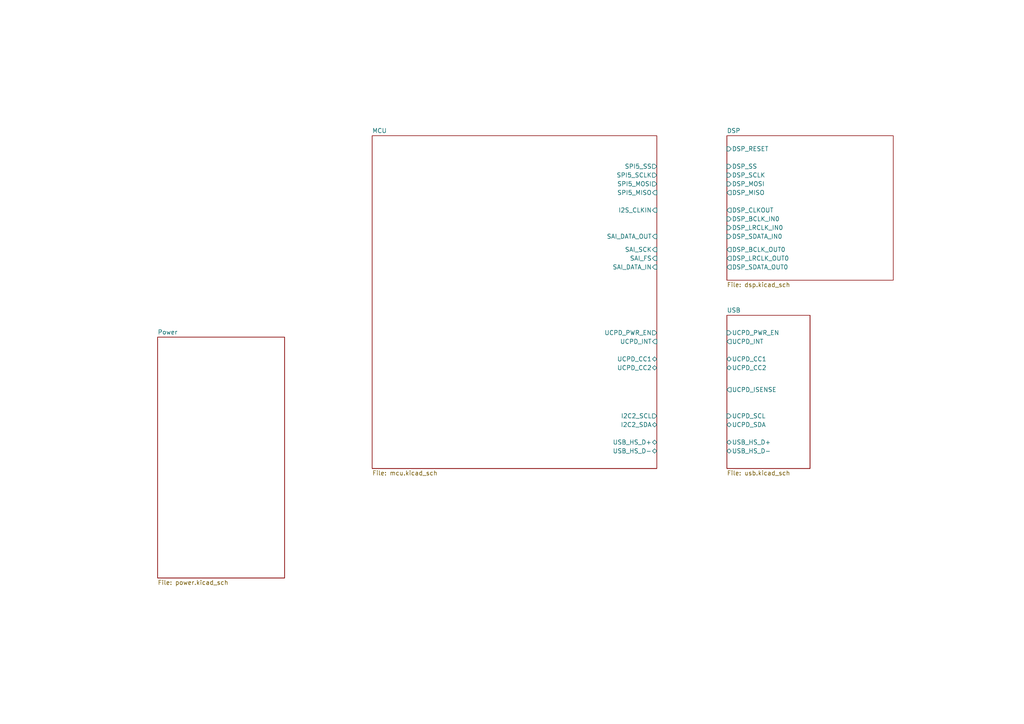
<source format=kicad_sch>
(kicad_sch
	(version 20250114)
	(generator "eeschema")
	(generator_version "9.0")
	(uuid "9c594957-fd6c-4305-bab8-fba79a4c5d5c")
	(paper "A4")
	(lib_symbols)
	(sheet
		(at 210.82 91.44)
		(size 24.13 44.45)
		(exclude_from_sim no)
		(in_bom yes)
		(on_board yes)
		(dnp no)
		(fields_autoplaced yes)
		(stroke
			(width 0.1524)
			(type solid)
		)
		(fill
			(color 0 0 0 0.0000)
		)
		(uuid "48251e43-7df4-4aa3-bd6f-892bea7e5ba1")
		(property "Sheetname" "USB"
			(at 210.82 90.7284 0)
			(effects
				(font
					(size 1.27 1.27)
				)
				(justify left bottom)
			)
		)
		(property "Sheetfile" "usb.kicad_sch"
			(at 210.82 136.4746 0)
			(effects
				(font
					(size 1.27 1.27)
				)
				(justify left top)
			)
		)
		(pin "UCPD_PWR_EN" input
			(at 210.82 96.52 180)
			(uuid "2043c6e9-3214-4917-b7f1-499e8895b85f")
			(effects
				(font
					(size 1.27 1.27)
				)
				(justify left)
			)
		)
		(pin "UCPD_CC1" bidirectional
			(at 210.82 104.14 180)
			(uuid "4e17d5d5-1f3e-445b-a113-c8dbe055e3e7")
			(effects
				(font
					(size 1.27 1.27)
				)
				(justify left)
			)
		)
		(pin "UCPD_CC2" bidirectional
			(at 210.82 106.68 180)
			(uuid "41c38587-40a7-4812-a8db-97b442ad33ba")
			(effects
				(font
					(size 1.27 1.27)
				)
				(justify left)
			)
		)
		(pin "UCPD_INT" output
			(at 210.82 99.06 180)
			(uuid "ad53b71e-f745-451f-90c0-8bbdac43c302")
			(effects
				(font
					(size 1.27 1.27)
				)
				(justify left)
			)
		)
		(pin "USB_HS_D+" bidirectional
			(at 210.82 128.27 180)
			(uuid "59aa32a6-e662-43ad-a5f6-bb173852f117")
			(effects
				(font
					(size 1.27 1.27)
				)
				(justify left)
			)
		)
		(pin "USB_HS_D-" bidirectional
			(at 210.82 130.81 180)
			(uuid "58e03c22-563c-4d3f-ad3d-efac1f41ac09")
			(effects
				(font
					(size 1.27 1.27)
				)
				(justify left)
			)
		)
		(pin "UCPD_SCL" input
			(at 210.82 120.65 180)
			(uuid "a8447c73-c862-4842-af08-4ba5ae37d523")
			(effects
				(font
					(size 1.27 1.27)
				)
				(justify left)
			)
		)
		(pin "UCPD_SDA" bidirectional
			(at 210.82 123.19 180)
			(uuid "fdaec85d-388c-43ca-89b8-97b20cd0020e")
			(effects
				(font
					(size 1.27 1.27)
				)
				(justify left)
			)
		)
		(pin "UCPD_ISENSE" output
			(at 210.82 113.03 180)
			(uuid "7263f382-75f4-4d5d-932f-cefadde36e60")
			(effects
				(font
					(size 1.27 1.27)
				)
				(justify left)
			)
		)
		(instances
			(project "OTO_NO_ITA"
				(path "/9c594957-fd6c-4305-bab8-fba79a4c5d5c"
					(page "5")
				)
			)
		)
	)
	(sheet
		(at 45.72 97.79)
		(size 36.83 69.85)
		(exclude_from_sim no)
		(in_bom yes)
		(on_board yes)
		(dnp no)
		(fields_autoplaced yes)
		(stroke
			(width 0.1524)
			(type solid)
		)
		(fill
			(color 0 0 0 0.0000)
		)
		(uuid "d3891a31-cd10-4fb1-a9a6-73758f166e5e")
		(property "Sheetname" "Power"
			(at 45.72 97.0784 0)
			(effects
				(font
					(size 1.27 1.27)
				)
				(justify left bottom)
			)
		)
		(property "Sheetfile" "power.kicad_sch"
			(at 45.72 168.2246 0)
			(effects
				(font
					(size 1.27 1.27)
				)
				(justify left top)
			)
		)
		(instances
			(project "OTO_NO_ITA"
				(path "/9c594957-fd6c-4305-bab8-fba79a4c5d5c"
					(page "4")
				)
			)
		)
	)
	(sheet
		(at 107.95 39.37)
		(size 82.55 96.52)
		(exclude_from_sim no)
		(in_bom yes)
		(on_board yes)
		(dnp no)
		(fields_autoplaced yes)
		(stroke
			(width 0.1524)
			(type solid)
		)
		(fill
			(color 0 0 0 0.0000)
		)
		(uuid "f671a3b0-c237-47c5-a1ed-15d9ecc26d22")
		(property "Sheetname" "MCU"
			(at 107.95 38.6584 0)
			(effects
				(font
					(size 1.27 1.27)
				)
				(justify left bottom)
			)
		)
		(property "Sheetfile" "mcu.kicad_sch"
			(at 107.95 136.4746 0)
			(effects
				(font
					(size 1.27 1.27)
				)
				(justify left top)
			)
		)
		(pin "SAI_DATA_OUT" input
			(at 190.5 68.58 0)
			(uuid "b8154fb8-3760-4917-b27a-52eaa710c774")
			(effects
				(font
					(size 1.27 1.27)
				)
				(justify right)
			)
		)
		(pin "SAI_SCK" input
			(at 190.5 72.39 0)
			(uuid "36e65cd5-5371-45fe-b3cd-bd4d4ccc0445")
			(effects
				(font
					(size 1.27 1.27)
				)
				(justify right)
			)
		)
		(pin "UCPD_CC2" bidirectional
			(at 190.5 106.68 0)
			(uuid "a6e19934-f42a-4790-9112-0a0ce02a5ae6")
			(effects
				(font
					(size 1.27 1.27)
				)
				(justify right)
			)
		)
		(pin "UCPD_PWR_EN" output
			(at 190.5 96.52 0)
			(uuid "a9e61607-3b27-4b8b-88d1-37268c5c1f78")
			(effects
				(font
					(size 1.27 1.27)
				)
				(justify right)
			)
		)
		(pin "UCPD_CC1" bidirectional
			(at 190.5 104.14 0)
			(uuid "54ce93f0-0d78-4c70-8903-90e2e841a93b")
			(effects
				(font
					(size 1.27 1.27)
				)
				(justify right)
			)
		)
		(pin "SAI_FS" input
			(at 190.5 74.93 0)
			(uuid "2e846b91-71e4-4063-8833-61a1034b45c4")
			(effects
				(font
					(size 1.27 1.27)
				)
				(justify right)
			)
		)
		(pin "I2S_CLKIN" input
			(at 190.5 60.96 0)
			(uuid "7b4b2cd9-e57f-40d9-96ac-1da85462c684")
			(effects
				(font
					(size 1.27 1.27)
				)
				(justify right)
			)
		)
		(pin "USB_HS_D+" bidirectional
			(at 190.5 128.27 0)
			(uuid "3de50e80-f0d2-475e-aee6-01ebc0ac69b8")
			(effects
				(font
					(size 1.27 1.27)
				)
				(justify right)
			)
		)
		(pin "SAI_DATA_IN" input
			(at 190.5 77.47 0)
			(uuid "37a79d7d-1349-4f9f-b67c-d808548d9568")
			(effects
				(font
					(size 1.27 1.27)
				)
				(justify right)
			)
		)
		(pin "USB_HS_D-" bidirectional
			(at 190.5 130.81 0)
			(uuid "e61da697-68f0-4c07-a176-006ae09f77ee")
			(effects
				(font
					(size 1.27 1.27)
				)
				(justify right)
			)
		)
		(pin "UCPD_INT" input
			(at 190.5 99.06 0)
			(uuid "b2c5a828-c960-4bfd-9e9d-88c6472bf9ca")
			(effects
				(font
					(size 1.27 1.27)
				)
				(justify right)
			)
		)
		(pin "SPI5_SS" output
			(at 190.5 48.26 0)
			(uuid "9fe1b209-5cc0-4dd7-b821-375bb6574335")
			(effects
				(font
					(size 1.27 1.27)
				)
				(justify right)
			)
		)
		(pin "SPI5_MOSI" output
			(at 190.5 53.34 0)
			(uuid "f916cff0-cf77-4737-944d-1ad8999a9a1f")
			(effects
				(font
					(size 1.27 1.27)
				)
				(justify right)
			)
		)
		(pin "SPI5_SCLK" output
			(at 190.5 50.8 0)
			(uuid "e581c556-7260-42ca-a145-b0295352e97e")
			(effects
				(font
					(size 1.27 1.27)
				)
				(justify right)
			)
		)
		(pin "SPI5_MISO" input
			(at 190.5 55.88 0)
			(uuid "e80e74ea-f184-4cdd-9d57-2457f93c639a")
			(effects
				(font
					(size 1.27 1.27)
				)
				(justify right)
			)
		)
		(pin "I2C2_SDA" bidirectional
			(at 190.5 123.19 0)
			(uuid "e673cabf-1dd8-4d39-b5ed-82121d770af5")
			(effects
				(font
					(size 1.27 1.27)
				)
				(justify right)
			)
		)
		(pin "I2C2_SCL" output
			(at 190.5 120.65 0)
			(uuid "b50b3cc2-d8d7-444d-9525-7286344b1474")
			(effects
				(font
					(size 1.27 1.27)
				)
				(justify right)
			)
		)
		(instances
			(project "OTO_NO_ITA"
				(path "/9c594957-fd6c-4305-bab8-fba79a4c5d5c"
					(page "2")
				)
			)
		)
	)
	(sheet
		(at 210.82 39.37)
		(size 48.26 41.91)
		(exclude_from_sim no)
		(in_bom yes)
		(on_board yes)
		(dnp no)
		(fields_autoplaced yes)
		(stroke
			(width 0.1524)
			(type solid)
		)
		(fill
			(color 0 0 0 0.0000)
		)
		(uuid "feba9474-412c-4f34-9ba1-43b85a64960d")
		(property "Sheetname" "DSP"
			(at 210.82 38.6584 0)
			(effects
				(font
					(size 1.27 1.27)
				)
				(justify left bottom)
			)
		)
		(property "Sheetfile" "dsp.kicad_sch"
			(at 210.82 81.8646 0)
			(effects
				(font
					(size 1.27 1.27)
				)
				(justify left top)
			)
		)
		(pin "DSP_SDATA_IN0" input
			(at 210.82 68.58 180)
			(uuid "11927682-76af-4d70-987e-5d7969f9cfe0")
			(effects
				(font
					(size 1.27 1.27)
				)
				(justify left)
			)
		)
		(pin "DSP_LRCLK_OUT0" output
			(at 210.82 74.93 180)
			(uuid "a36888e7-2b63-4804-bf1e-bf00e365809a")
			(effects
				(font
					(size 1.27 1.27)
				)
				(justify left)
			)
		)
		(pin "DSP_BCLK_OUT0" output
			(at 210.82 72.39 180)
			(uuid "ee52b6ce-84d8-40bb-94c0-dbd61e7aabdf")
			(effects
				(font
					(size 1.27 1.27)
				)
				(justify left)
			)
		)
		(pin "DSP_SDATA_OUT0" output
			(at 210.82 77.47 180)
			(uuid "2850730a-6899-4782-8674-d378186e94a4")
			(effects
				(font
					(size 1.27 1.27)
				)
				(justify left)
			)
		)
		(pin "DSP_SS" input
			(at 210.82 48.26 180)
			(uuid "7da6e2dd-91e1-467f-9b3c-0cba198ad589")
			(effects
				(font
					(size 1.27 1.27)
				)
				(justify left)
			)
		)
		(pin "DSP_SCLK" input
			(at 210.82 50.8 180)
			(uuid "ba0d0acb-4571-4796-83c4-3c35b8a7f0e2")
			(effects
				(font
					(size 1.27 1.27)
				)
				(justify left)
			)
		)
		(pin "DSP_MOSI" input
			(at 210.82 53.34 180)
			(uuid "0b8a1921-e5f3-41d3-9d95-f03c2340fee9")
			(effects
				(font
					(size 1.27 1.27)
				)
				(justify left)
			)
		)
		(pin "DSP_MISO" output
			(at 210.82 55.88 180)
			(uuid "284e7cc2-63f3-4f96-8fe4-2ea2b7efe157")
			(effects
				(font
					(size 1.27 1.27)
				)
				(justify left)
			)
		)
		(pin "DSP_CLKOUT" output
			(at 210.82 60.96 180)
			(uuid "3f41f940-dcc2-4f0c-b2ec-949c38fb2d8f")
			(effects
				(font
					(size 1.27 1.27)
				)
				(justify left)
			)
		)
		(pin "DSP_LRCLK_IN0" input
			(at 210.82 66.04 180)
			(uuid "93f0879b-dd27-42f4-89d8-e289081244f3")
			(effects
				(font
					(size 1.27 1.27)
				)
				(justify left)
			)
		)
		(pin "DSP_BCLK_IN0" input
			(at 210.82 63.5 180)
			(uuid "812891e8-95c9-4754-9064-5704633ad816")
			(effects
				(font
					(size 1.27 1.27)
				)
				(justify left)
			)
		)
		(pin "DSP_RESET" input
			(at 210.82 43.18 180)
			(uuid "4b8302d9-c241-488b-87d4-d7148c659639")
			(effects
				(font
					(size 1.27 1.27)
				)
				(justify left)
			)
		)
		(instances
			(project "OTO_NO_ITA"
				(path "/9c594957-fd6c-4305-bab8-fba79a4c5d5c"
					(page "3")
				)
			)
		)
	)
	(sheet_instances
		(path "/"
			(page "1")
		)
	)
	(embedded_fonts no)
)

</source>
